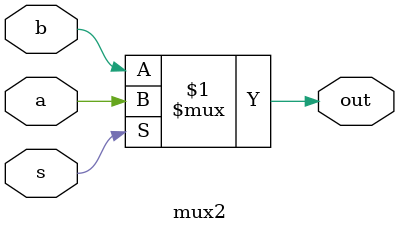
<source format=sv>
module mux2(s,a,b,out);

parameter WIDTH = 1;

input wire s;
input wire [WIDTH-1:0] a,b;
output wire [WIDTH-1:0] out;

assign out = s ? a : b;
endmodule
</source>
